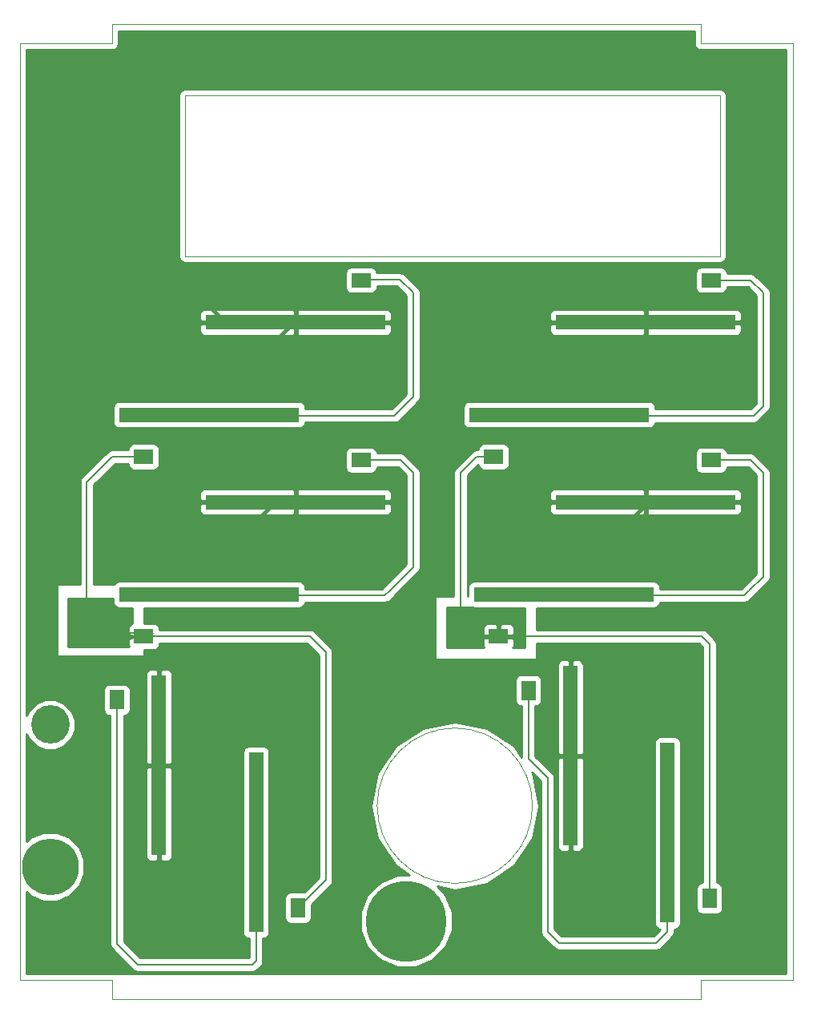
<source format=gtl>
G04 #@! TF.FileFunction,Copper,L1,Top,Signal*
%FSLAX46Y46*%
G04 Gerber Fmt 4.6, Leading zero omitted, Abs format (unit mm)*
G04 Created by KiCad (PCBNEW (after 2015-mar-04 BZR unknown)-product) date Wed 15 Apr 2015 11:51:05 AM CDT*
%MOMM*%
G01*
G04 APERTURE LIST*
%ADD10C,0.150000*%
%ADD11C,0.099060*%
%ADD12C,4.064000*%
%ADD13C,5.999480*%
%ADD14C,8.498840*%
%ADD15R,2.057400X1.524000*%
%ADD16R,19.050000X1.524000*%
%ADD17R,1.524000X2.057400*%
%ADD18R,1.524000X19.050000*%
%ADD19C,0.889000*%
%ADD20C,0.381000*%
%ADD21C,0.203200*%
%ADD22C,0.254000*%
G04 APERTURE END LIST*
D10*
D11*
X69171820Y-64648080D02*
X69171820Y-62638940D01*
X59420760Y-64648080D02*
X69171820Y-64648080D01*
X131396740Y-64648080D02*
X141150340Y-64648080D01*
X131396740Y-62638940D02*
X131396740Y-64648080D01*
X113609750Y-145200000D02*
G75*
G03X113609750Y-145200000I-8209750J0D01*
G01*
X69171820Y-62638940D02*
X131396740Y-62638940D01*
X131391660Y-163639500D02*
X131391660Y-165638480D01*
X69171820Y-163639500D02*
X69171820Y-165638480D01*
X131391660Y-165638480D02*
X69171820Y-165638480D01*
X76921360Y-70139560D02*
X76921360Y-87139780D01*
X133421120Y-70139560D02*
X133421120Y-87139780D01*
X76921360Y-70139560D02*
X133421120Y-70139560D01*
X133421120Y-87139780D02*
X76921360Y-87139780D01*
X141150340Y-163639500D02*
X131391660Y-163639500D01*
X141150340Y-64648080D02*
X141150340Y-163639500D01*
X59420760Y-163639500D02*
X59420760Y-64648080D01*
X59420760Y-163639500D02*
X69171820Y-163639500D01*
D12*
X62621160Y-136639300D03*
D13*
X62621160Y-151638000D03*
D14*
X100281740Y-157388560D03*
D15*
X95491500Y-89674320D03*
D16*
X88570000Y-94119320D03*
D15*
X72508500Y-108325680D03*
D16*
X79430000Y-103880680D03*
D15*
X132491500Y-89674320D03*
D16*
X125570000Y-94119320D03*
D15*
X109508500Y-108325680D03*
D16*
X116430000Y-103880680D03*
D15*
X72508500Y-127325680D03*
D16*
X79430000Y-122880680D03*
D15*
X95491500Y-108674320D03*
D16*
X88570000Y-113119320D03*
D15*
X110008500Y-127325680D03*
D16*
X116930000Y-122880680D03*
D15*
X132491500Y-108674320D03*
D16*
X125570000Y-113119320D03*
D17*
X88825680Y-155991500D03*
D18*
X84380680Y-149070000D03*
D17*
X69674320Y-134008500D03*
D18*
X74119320Y-140930000D03*
D17*
X132325680Y-154991500D03*
D18*
X127880680Y-148070000D03*
D17*
X113174320Y-133008500D03*
D18*
X117619320Y-139930000D03*
D19*
X136000000Y-75000000D03*
X138000000Y-75000000D03*
X138000000Y-77000000D03*
X136000000Y-77000000D03*
X136000000Y-79000000D03*
X138000000Y-79000000D03*
X138000000Y-81000000D03*
X136000000Y-81000000D03*
X70000000Y-77000000D03*
X70000000Y-75000000D03*
X68000000Y-75000000D03*
X68000000Y-77000000D03*
X66000000Y-77000000D03*
X66000000Y-75000000D03*
X64000000Y-75000000D03*
X64000000Y-77000000D03*
X123000000Y-118000000D03*
X117000000Y-118000000D03*
X119000000Y-118000000D03*
X121000000Y-118000000D03*
X76500000Y-117000000D03*
X78500000Y-117000000D03*
X80500000Y-117000000D03*
X82500000Y-117000000D03*
X122500000Y-99000000D03*
X77500000Y-99000000D03*
X79500000Y-99000000D03*
X81500000Y-99000000D03*
X83500000Y-99000000D03*
X120300000Y-139900000D03*
X120300000Y-137900000D03*
X120300000Y-136000000D03*
X120300000Y-141900000D03*
X120300000Y-143900000D03*
X76400000Y-141000000D03*
X76400000Y-139100000D03*
X76400000Y-137100000D03*
X76500000Y-142900000D03*
X76500000Y-145000000D03*
X69500000Y-125500000D03*
X68000000Y-125500000D03*
X68000000Y-127000000D03*
X66500000Y-127000000D03*
X66500000Y-125500000D03*
X69500000Y-127000000D03*
X109000000Y-125000000D03*
X112000000Y-125000000D03*
X110500000Y-125000000D03*
X107500000Y-125000000D03*
X107500000Y-126500000D03*
X107500000Y-128000000D03*
X106000000Y-128000000D03*
X106000000Y-126500000D03*
X106000000Y-125000000D03*
D20*
X136000000Y-75000000D02*
X138000000Y-75000000D01*
X138000000Y-77000000D02*
X136000000Y-77000000D01*
X136000000Y-79000000D02*
X138000000Y-79000000D01*
X136000000Y-81000000D02*
X138000000Y-81000000D01*
X88570000Y-94119320D02*
X81119320Y-94119320D01*
X68000000Y-75000000D02*
X70000000Y-75000000D01*
X66000000Y-77000000D02*
X68000000Y-77000000D01*
X64000000Y-75000000D02*
X66000000Y-75000000D01*
X81119320Y-94119320D02*
X64000000Y-77000000D01*
X125570000Y-113119320D02*
X125570000Y-113430000D01*
X119000000Y-118000000D02*
X117000000Y-118000000D01*
X125570000Y-113430000D02*
X121000000Y-118000000D01*
X88570000Y-113119320D02*
X86380680Y-113119320D01*
X80500000Y-117000000D02*
X78500000Y-117000000D01*
X86380680Y-113119320D02*
X82500000Y-117000000D01*
X125570000Y-94119320D02*
X125570000Y-95930000D01*
X125570000Y-95930000D02*
X122500000Y-99000000D01*
X88570000Y-94119320D02*
X88380680Y-94119320D01*
X81500000Y-99000000D02*
X79500000Y-99000000D01*
X88380680Y-94119320D02*
X83500000Y-99000000D01*
X120270000Y-139930000D02*
X120300000Y-139900000D01*
X120300000Y-137900000D02*
X120300000Y-136000000D01*
X120300000Y-141900000D02*
X120300000Y-143900000D01*
X117619320Y-139930000D02*
X120270000Y-139930000D01*
X76330000Y-140930000D02*
X76400000Y-141000000D01*
X76400000Y-139100000D02*
X76400000Y-137100000D01*
X76500000Y-142900000D02*
X76500000Y-145000000D01*
X74119320Y-140930000D02*
X76330000Y-140930000D01*
D21*
X72508500Y-127325680D02*
X90075680Y-127325680D01*
X91750000Y-153067180D02*
X88825680Y-155991500D01*
X91750000Y-129000000D02*
X91750000Y-153067180D01*
X90075680Y-127325680D02*
X91750000Y-129000000D01*
X132325680Y-154991500D02*
X132325680Y-128125680D01*
X72508500Y-108325680D02*
X69174320Y-108325680D01*
X69500000Y-127000000D02*
X69500000Y-125500000D01*
X68000000Y-125500000D02*
X68000000Y-127000000D01*
X66500000Y-127000000D02*
X66500000Y-125500000D01*
X69574320Y-126925680D02*
X73508500Y-126925680D01*
X69574320Y-126925680D02*
X69500000Y-127000000D01*
X66500000Y-111000000D02*
X66500000Y-125500000D01*
X69174320Y-108325680D02*
X66500000Y-111000000D01*
X107500000Y-125000000D02*
X109000000Y-125000000D01*
X110500000Y-125000000D02*
X112000000Y-125000000D01*
X109508500Y-108325680D02*
X107674320Y-108325680D01*
X107500000Y-128000000D02*
X107500000Y-126500000D01*
X106000000Y-126500000D02*
X106000000Y-128000000D01*
X106000000Y-110000000D02*
X106000000Y-125000000D01*
X107674320Y-108325680D02*
X106000000Y-110000000D01*
X131525680Y-127325680D02*
X132325680Y-128125680D01*
X110008500Y-127325680D02*
X130575680Y-127325680D01*
X130575680Y-127325680D02*
X131525680Y-127325680D01*
X95991500Y-89574320D02*
X99574320Y-89574320D01*
X99574320Y-89574320D02*
X101000000Y-91000000D01*
X101000000Y-91000000D02*
X101000000Y-102000000D01*
X101000000Y-102000000D02*
X99019320Y-103980680D01*
X99019320Y-103980680D02*
X79930000Y-103980680D01*
X113174320Y-140274320D02*
X115200000Y-142300000D01*
X115200000Y-142300000D02*
X115200000Y-158500000D01*
X115200000Y-158500000D02*
X116400000Y-159700000D01*
X116400000Y-159700000D02*
X126700000Y-159700000D01*
X126700000Y-159700000D02*
X127880680Y-158519320D01*
X127880680Y-158519320D02*
X127880680Y-148070000D01*
X113174320Y-133008500D02*
X113174320Y-140274320D01*
X136500000Y-122500000D02*
X136000000Y-123000000D01*
X117049320Y-123000000D02*
X116930000Y-122880680D01*
X136000000Y-123000000D02*
X117049320Y-123000000D01*
X132491500Y-108674320D02*
X136674320Y-108674320D01*
X138000000Y-110000000D02*
X138000000Y-121000000D01*
X136674320Y-108674320D02*
X138000000Y-110000000D01*
X138000000Y-121000000D02*
X136500000Y-122500000D01*
X136500000Y-122500000D02*
X136519320Y-122480680D01*
X69674320Y-134008500D02*
X69674320Y-159825680D01*
X84380680Y-161619320D02*
X84380680Y-149070000D01*
X84000000Y-162000000D02*
X84380680Y-161619320D01*
X71848640Y-162000000D02*
X84000000Y-162000000D01*
X69674320Y-159825680D02*
X71848640Y-162000000D01*
X98519320Y-122480680D02*
X98000000Y-123000000D01*
X99674320Y-108674320D02*
X101000000Y-110000000D01*
X101000000Y-120000000D02*
X98519320Y-122480680D01*
X101000000Y-110000000D02*
X101000000Y-120000000D01*
X95491500Y-108674320D02*
X99674320Y-108674320D01*
X79549320Y-123000000D02*
X79430000Y-122880680D01*
X98000000Y-123000000D02*
X79549320Y-123000000D01*
X132491500Y-89674320D02*
X136674320Y-89674320D01*
X117449320Y-104000000D02*
X117430000Y-103980680D01*
X138000000Y-103000000D02*
X137000000Y-104000000D01*
X138000000Y-91000000D02*
X138000000Y-103000000D01*
X137000000Y-104000000D02*
X117449320Y-104000000D01*
X136674320Y-89674320D02*
X138000000Y-91000000D01*
D22*
G36*
X140393420Y-162913060D02*
X138736601Y-162913060D01*
X138736601Y-103000000D01*
X138736600Y-102999994D01*
X138736600Y-91000000D01*
X138680530Y-90718116D01*
X138680530Y-90718115D01*
X138520855Y-90479145D01*
X137195175Y-89153465D01*
X136956205Y-88993790D01*
X136674320Y-88937720D01*
X134167640Y-88937720D01*
X134167640Y-88912320D01*
X134120663Y-88670197D01*
X134105650Y-88647342D01*
X134105650Y-87139780D01*
X134105650Y-70139560D01*
X134053543Y-69877602D01*
X133905156Y-69655524D01*
X133683078Y-69507137D01*
X133421120Y-69455030D01*
X76921360Y-69455030D01*
X76659402Y-69507137D01*
X76437324Y-69655524D01*
X76288937Y-69877602D01*
X76236830Y-70139560D01*
X76236830Y-87139780D01*
X76288937Y-87401738D01*
X76437324Y-87623816D01*
X76659402Y-87772203D01*
X76921360Y-87824310D01*
X133421120Y-87824310D01*
X133683078Y-87772203D01*
X133905156Y-87623816D01*
X134053543Y-87401738D01*
X134105650Y-87139780D01*
X134105650Y-88647342D01*
X133980873Y-88457393D01*
X133769840Y-88314943D01*
X133520200Y-88264880D01*
X131462800Y-88264880D01*
X131220677Y-88311857D01*
X131007873Y-88451647D01*
X130865423Y-88662680D01*
X130815360Y-88912320D01*
X130815360Y-90436320D01*
X130862337Y-90678443D01*
X131002127Y-90891247D01*
X131213160Y-91033697D01*
X131462800Y-91083760D01*
X133520200Y-91083760D01*
X133762323Y-91036783D01*
X133975127Y-90896993D01*
X134117577Y-90685960D01*
X134167640Y-90436320D01*
X134167640Y-90410920D01*
X136369210Y-90410920D01*
X137263400Y-91305110D01*
X137263400Y-102694890D01*
X136694890Y-103263400D01*
X135730000Y-103263400D01*
X135730000Y-95007629D01*
X135730000Y-94405070D01*
X135730000Y-93833570D01*
X135730000Y-93231011D01*
X135633327Y-92997622D01*
X135454699Y-92818993D01*
X135221310Y-92722320D01*
X134968691Y-92722320D01*
X125855750Y-92722320D01*
X125697000Y-92881070D01*
X125697000Y-93992320D01*
X135571250Y-93992320D01*
X135730000Y-93833570D01*
X135730000Y-94405070D01*
X135571250Y-94246320D01*
X125697000Y-94246320D01*
X125697000Y-95357570D01*
X125855750Y-95516320D01*
X134968691Y-95516320D01*
X135221310Y-95516320D01*
X135454699Y-95419647D01*
X135633327Y-95241018D01*
X135730000Y-95007629D01*
X135730000Y-103263400D01*
X126602440Y-103263400D01*
X126602440Y-103118680D01*
X126555463Y-102876557D01*
X126415673Y-102663753D01*
X126204640Y-102521303D01*
X125955000Y-102471240D01*
X125443000Y-102471240D01*
X125443000Y-95357570D01*
X125443000Y-94246320D01*
X125443000Y-93992320D01*
X125443000Y-92881070D01*
X125284250Y-92722320D01*
X116171309Y-92722320D01*
X115918690Y-92722320D01*
X115685301Y-92818993D01*
X115506673Y-92997622D01*
X115410000Y-93231011D01*
X115410000Y-93833570D01*
X115568750Y-93992320D01*
X125443000Y-93992320D01*
X125443000Y-94246320D01*
X115568750Y-94246320D01*
X115410000Y-94405070D01*
X115410000Y-95007629D01*
X115506673Y-95241018D01*
X115685301Y-95419647D01*
X115918690Y-95516320D01*
X116171309Y-95516320D01*
X125284250Y-95516320D01*
X125443000Y-95357570D01*
X125443000Y-102471240D01*
X106905000Y-102471240D01*
X106662877Y-102518217D01*
X106450073Y-102658007D01*
X106307623Y-102869040D01*
X106257560Y-103118680D01*
X106257560Y-104642680D01*
X106304537Y-104884803D01*
X106444327Y-105097607D01*
X106655360Y-105240057D01*
X106905000Y-105290120D01*
X125955000Y-105290120D01*
X126197123Y-105243143D01*
X126409927Y-105103353D01*
X126552377Y-104892320D01*
X126583605Y-104736600D01*
X137000000Y-104736600D01*
X137281885Y-104680530D01*
X137520855Y-104520855D01*
X138520855Y-103520855D01*
X138680530Y-103281885D01*
X138680530Y-103281884D01*
X138689832Y-103235116D01*
X138736600Y-103000000D01*
X138736601Y-103000000D01*
X138736601Y-162913060D01*
X138736600Y-162913060D01*
X138736600Y-121000000D01*
X138736600Y-110000000D01*
X138680530Y-109718116D01*
X138680530Y-109718115D01*
X138520855Y-109479145D01*
X137195175Y-108153465D01*
X136956205Y-107993790D01*
X136674320Y-107937720D01*
X134167640Y-107937720D01*
X134167640Y-107912320D01*
X134120663Y-107670197D01*
X133980873Y-107457393D01*
X133769840Y-107314943D01*
X133520200Y-107264880D01*
X131462800Y-107264880D01*
X131220677Y-107311857D01*
X131007873Y-107451647D01*
X130865423Y-107662680D01*
X130815360Y-107912320D01*
X130815360Y-109436320D01*
X130862337Y-109678443D01*
X131002127Y-109891247D01*
X131213160Y-110033697D01*
X131462800Y-110083760D01*
X133520200Y-110083760D01*
X133762323Y-110036783D01*
X133975127Y-109896993D01*
X134117577Y-109685960D01*
X134167640Y-109436320D01*
X134167640Y-109410920D01*
X136369210Y-109410920D01*
X137263400Y-110305110D01*
X137263400Y-120694890D01*
X135998465Y-121959825D01*
X135979145Y-121979145D01*
X135730000Y-122228290D01*
X135730000Y-114007629D01*
X135730000Y-113405070D01*
X135730000Y-112833570D01*
X135730000Y-112231011D01*
X135633327Y-111997622D01*
X135454699Y-111818993D01*
X135221310Y-111722320D01*
X134968691Y-111722320D01*
X125855750Y-111722320D01*
X125697000Y-111881070D01*
X125697000Y-112992320D01*
X135571250Y-112992320D01*
X135730000Y-112833570D01*
X135730000Y-113405070D01*
X135571250Y-113246320D01*
X125697000Y-113246320D01*
X125697000Y-114357570D01*
X125855750Y-114516320D01*
X134968691Y-114516320D01*
X135221310Y-114516320D01*
X135454699Y-114419647D01*
X135633327Y-114241018D01*
X135730000Y-114007629D01*
X135730000Y-122228290D01*
X135694890Y-122263400D01*
X127102440Y-122263400D01*
X127102440Y-122118680D01*
X127055463Y-121876557D01*
X126915673Y-121663753D01*
X126704640Y-121521303D01*
X126455000Y-121471240D01*
X125443000Y-121471240D01*
X125443000Y-114357570D01*
X125443000Y-113246320D01*
X125443000Y-112992320D01*
X125443000Y-111881070D01*
X125284250Y-111722320D01*
X116171309Y-111722320D01*
X115918690Y-111722320D01*
X115685301Y-111818993D01*
X115506673Y-111997622D01*
X115410000Y-112231011D01*
X115410000Y-112833570D01*
X115568750Y-112992320D01*
X125443000Y-112992320D01*
X125443000Y-113246320D01*
X115568750Y-113246320D01*
X115410000Y-113405070D01*
X115410000Y-114007629D01*
X115506673Y-114241018D01*
X115685301Y-114419647D01*
X115918690Y-114516320D01*
X116171309Y-114516320D01*
X125284250Y-114516320D01*
X125443000Y-114357570D01*
X125443000Y-121471240D01*
X107405000Y-121471240D01*
X107162877Y-121518217D01*
X106950073Y-121658007D01*
X106807623Y-121869040D01*
X106757560Y-122118680D01*
X106757560Y-123012200D01*
X106736600Y-123012200D01*
X106736600Y-110305110D01*
X107852130Y-109189579D01*
X107879337Y-109329803D01*
X108019127Y-109542607D01*
X108230160Y-109685057D01*
X108479800Y-109735120D01*
X110537200Y-109735120D01*
X110779323Y-109688143D01*
X110992127Y-109548353D01*
X111134577Y-109337320D01*
X111184640Y-109087680D01*
X111184640Y-107563680D01*
X111137663Y-107321557D01*
X110997873Y-107108753D01*
X110786840Y-106966303D01*
X110537200Y-106916240D01*
X108479800Y-106916240D01*
X108237677Y-106963217D01*
X108024873Y-107103007D01*
X107882423Y-107314040D01*
X107832360Y-107563680D01*
X107832360Y-107589080D01*
X107674320Y-107589080D01*
X107392435Y-107645150D01*
X107153465Y-107804825D01*
X105479145Y-109479145D01*
X105319470Y-109718115D01*
X105263400Y-110000000D01*
X105263400Y-123012200D01*
X103294180Y-123012200D01*
X103294180Y-129766060D01*
X114048540Y-129766060D01*
X114048540Y-128062280D01*
X130575680Y-128062280D01*
X131220570Y-128062280D01*
X131589080Y-128430790D01*
X131589080Y-153315360D01*
X131563680Y-153315360D01*
X131321557Y-153362337D01*
X131108753Y-153502127D01*
X130966303Y-153713160D01*
X130916240Y-153962800D01*
X130916240Y-156020200D01*
X130963217Y-156262323D01*
X131103007Y-156475127D01*
X131314040Y-156617577D01*
X131563680Y-156667640D01*
X133087680Y-156667640D01*
X133329803Y-156620663D01*
X133542607Y-156480873D01*
X133685057Y-156269840D01*
X133735120Y-156020200D01*
X133735120Y-153962800D01*
X133688143Y-153720677D01*
X133548353Y-153507873D01*
X133337320Y-153365423D01*
X133087680Y-153315360D01*
X133062280Y-153315360D01*
X133062280Y-128125680D01*
X133006210Y-127843796D01*
X133006210Y-127843795D01*
X132846535Y-127604825D01*
X132046535Y-126804825D01*
X131807565Y-126645150D01*
X131525680Y-126589080D01*
X130575680Y-126589080D01*
X114048540Y-126589080D01*
X114048540Y-124290120D01*
X126455000Y-124290120D01*
X126697123Y-124243143D01*
X126909927Y-124103353D01*
X127052377Y-123892320D01*
X127083605Y-123736600D01*
X136000000Y-123736600D01*
X136281885Y-123680530D01*
X136520855Y-123520855D01*
X137020855Y-123020855D01*
X137040175Y-123001535D01*
X138520855Y-121520855D01*
X138680530Y-121281885D01*
X138736600Y-121000000D01*
X138736600Y-162913060D01*
X129290120Y-162913060D01*
X129290120Y-157595000D01*
X129290120Y-138545000D01*
X129243143Y-138302877D01*
X129103353Y-138090073D01*
X128892320Y-137947623D01*
X128642680Y-137897560D01*
X127118680Y-137897560D01*
X126876557Y-137944537D01*
X126663753Y-138084327D01*
X126521303Y-138295360D01*
X126471240Y-138545000D01*
X126471240Y-157595000D01*
X126518217Y-157837123D01*
X126658007Y-158049927D01*
X126869040Y-158192377D01*
X127116322Y-158241967D01*
X126394890Y-158963400D01*
X119016320Y-158963400D01*
X119016320Y-149581310D01*
X119016320Y-149328691D01*
X119016320Y-140215750D01*
X119016320Y-139644250D01*
X119016320Y-130531309D01*
X119016320Y-130278690D01*
X118919647Y-130045301D01*
X118741018Y-129866673D01*
X118507629Y-129770000D01*
X117905070Y-129770000D01*
X117746320Y-129928750D01*
X117746320Y-139803000D01*
X118857570Y-139803000D01*
X119016320Y-139644250D01*
X119016320Y-140215750D01*
X118857570Y-140057000D01*
X117746320Y-140057000D01*
X117746320Y-149931250D01*
X117905070Y-150090000D01*
X118507629Y-150090000D01*
X118741018Y-149993327D01*
X118919647Y-149814699D01*
X119016320Y-149581310D01*
X119016320Y-158963400D01*
X117492320Y-158963400D01*
X117492320Y-149931250D01*
X117492320Y-140057000D01*
X117492320Y-139803000D01*
X117492320Y-129928750D01*
X117333570Y-129770000D01*
X116731011Y-129770000D01*
X116497622Y-129866673D01*
X116318993Y-130045301D01*
X116222320Y-130278690D01*
X116222320Y-130531309D01*
X116222320Y-139644250D01*
X116381070Y-139803000D01*
X117492320Y-139803000D01*
X117492320Y-140057000D01*
X116381070Y-140057000D01*
X116222320Y-140215750D01*
X116222320Y-149328691D01*
X116222320Y-149581310D01*
X116318993Y-149814699D01*
X116497622Y-149993327D01*
X116731011Y-150090000D01*
X117333570Y-150090000D01*
X117492320Y-149931250D01*
X117492320Y-158963400D01*
X116705110Y-158963400D01*
X115936600Y-158194890D01*
X115936600Y-142300000D01*
X115880530Y-142018115D01*
X115720855Y-141779145D01*
X113910920Y-139969210D01*
X113910920Y-134684640D01*
X113936320Y-134684640D01*
X114178443Y-134637663D01*
X114391247Y-134497873D01*
X114533697Y-134286840D01*
X114583760Y-134037200D01*
X114583760Y-131979800D01*
X114536783Y-131737677D01*
X114396993Y-131524873D01*
X114185960Y-131382423D01*
X113936320Y-131332360D01*
X112412320Y-131332360D01*
X112170197Y-131379337D01*
X111957393Y-131519127D01*
X111814943Y-131730160D01*
X111764880Y-131979800D01*
X111764880Y-134037200D01*
X111811857Y-134279323D01*
X111951647Y-134492127D01*
X112162680Y-134634577D01*
X112412320Y-134684640D01*
X112437720Y-134684640D01*
X112437720Y-140031024D01*
X111689206Y-138910794D01*
X108803694Y-136982757D01*
X105400000Y-136305720D01*
X101996306Y-136982757D01*
X101736601Y-137156286D01*
X101736601Y-102000000D01*
X101736600Y-101999994D01*
X101736600Y-91000000D01*
X101680530Y-90718115D01*
X101520855Y-90479145D01*
X100095175Y-89053465D01*
X99856205Y-88893790D01*
X99574320Y-88837720D01*
X97153166Y-88837720D01*
X97120663Y-88670197D01*
X96980873Y-88457393D01*
X96769840Y-88314943D01*
X96520200Y-88264880D01*
X94462800Y-88264880D01*
X94220677Y-88311857D01*
X94007873Y-88451647D01*
X93865423Y-88662680D01*
X93815360Y-88912320D01*
X93815360Y-90436320D01*
X93862337Y-90678443D01*
X94002127Y-90891247D01*
X94213160Y-91033697D01*
X94462800Y-91083760D01*
X96520200Y-91083760D01*
X96762323Y-91036783D01*
X96975127Y-90896993D01*
X97117577Y-90685960D01*
X97167640Y-90436320D01*
X97167640Y-90310920D01*
X99269210Y-90310920D01*
X100263400Y-91305110D01*
X100263400Y-101694890D01*
X98730000Y-103228290D01*
X98730000Y-95007629D01*
X98730000Y-94405070D01*
X98730000Y-93833570D01*
X98730000Y-93231011D01*
X98633327Y-92997622D01*
X98454699Y-92818993D01*
X98221310Y-92722320D01*
X97968691Y-92722320D01*
X88855750Y-92722320D01*
X88697000Y-92881070D01*
X88697000Y-93992320D01*
X98571250Y-93992320D01*
X98730000Y-93833570D01*
X98730000Y-94405070D01*
X98571250Y-94246320D01*
X88697000Y-94246320D01*
X88697000Y-95357570D01*
X88855750Y-95516320D01*
X97968691Y-95516320D01*
X98221310Y-95516320D01*
X98454699Y-95419647D01*
X98633327Y-95241018D01*
X98730000Y-95007629D01*
X98730000Y-103228290D01*
X98714210Y-103244080D01*
X89602440Y-103244080D01*
X89602440Y-103118680D01*
X89555463Y-102876557D01*
X89415673Y-102663753D01*
X89204640Y-102521303D01*
X88955000Y-102471240D01*
X88443000Y-102471240D01*
X88443000Y-95357570D01*
X88443000Y-94246320D01*
X88443000Y-93992320D01*
X88443000Y-92881070D01*
X88284250Y-92722320D01*
X79171309Y-92722320D01*
X78918690Y-92722320D01*
X78685301Y-92818993D01*
X78506673Y-92997622D01*
X78410000Y-93231011D01*
X78410000Y-93833570D01*
X78568750Y-93992320D01*
X88443000Y-93992320D01*
X88443000Y-94246320D01*
X78568750Y-94246320D01*
X78410000Y-94405070D01*
X78410000Y-95007629D01*
X78506673Y-95241018D01*
X78685301Y-95419647D01*
X78918690Y-95516320D01*
X79171309Y-95516320D01*
X88284250Y-95516320D01*
X88443000Y-95357570D01*
X88443000Y-102471240D01*
X69905000Y-102471240D01*
X69662877Y-102518217D01*
X69450073Y-102658007D01*
X69307623Y-102869040D01*
X69257560Y-103118680D01*
X69257560Y-104642680D01*
X69304537Y-104884803D01*
X69444327Y-105097607D01*
X69655360Y-105240057D01*
X69905000Y-105290120D01*
X88955000Y-105290120D01*
X89197123Y-105243143D01*
X89409927Y-105103353D01*
X89552377Y-104892320D01*
X89587479Y-104717280D01*
X99019320Y-104717280D01*
X99301205Y-104661210D01*
X99540175Y-104501535D01*
X101520855Y-102520855D01*
X101680530Y-102281885D01*
X101680531Y-102281884D01*
X101736600Y-102000000D01*
X101736601Y-102000000D01*
X101736601Y-137156286D01*
X101736600Y-137156286D01*
X101736600Y-120000000D01*
X101736600Y-110000000D01*
X101680530Y-109718116D01*
X101680530Y-109718115D01*
X101520855Y-109479145D01*
X100195175Y-108153465D01*
X99956205Y-107993790D01*
X99674320Y-107937720D01*
X97167640Y-107937720D01*
X97167640Y-107912320D01*
X97120663Y-107670197D01*
X96980873Y-107457393D01*
X96769840Y-107314943D01*
X96520200Y-107264880D01*
X94462800Y-107264880D01*
X94220677Y-107311857D01*
X94007873Y-107451647D01*
X93865423Y-107662680D01*
X93815360Y-107912320D01*
X93815360Y-109436320D01*
X93862337Y-109678443D01*
X94002127Y-109891247D01*
X94213160Y-110033697D01*
X94462800Y-110083760D01*
X96520200Y-110083760D01*
X96762323Y-110036783D01*
X96975127Y-109896993D01*
X97117577Y-109685960D01*
X97167640Y-109436320D01*
X97167640Y-109410920D01*
X99369210Y-109410920D01*
X100263400Y-110305110D01*
X100263400Y-119694890D01*
X98730000Y-121228290D01*
X98730000Y-114007629D01*
X98730000Y-113405070D01*
X98730000Y-112833570D01*
X98730000Y-112231011D01*
X98633327Y-111997622D01*
X98454699Y-111818993D01*
X98221310Y-111722320D01*
X97968691Y-111722320D01*
X88855750Y-111722320D01*
X88697000Y-111881070D01*
X88697000Y-112992320D01*
X98571250Y-112992320D01*
X98730000Y-112833570D01*
X98730000Y-113405070D01*
X98571250Y-113246320D01*
X88697000Y-113246320D01*
X88697000Y-114357570D01*
X88855750Y-114516320D01*
X97968691Y-114516320D01*
X98221310Y-114516320D01*
X98454699Y-114419647D01*
X98633327Y-114241018D01*
X98730000Y-114007629D01*
X98730000Y-121228290D01*
X97998465Y-121959825D01*
X97694890Y-122263400D01*
X89602440Y-122263400D01*
X89602440Y-122118680D01*
X89555463Y-121876557D01*
X89415673Y-121663753D01*
X89204640Y-121521303D01*
X88955000Y-121471240D01*
X88443000Y-121471240D01*
X88443000Y-114357570D01*
X88443000Y-113246320D01*
X88443000Y-112992320D01*
X88443000Y-111881070D01*
X88284250Y-111722320D01*
X79171309Y-111722320D01*
X78918690Y-111722320D01*
X78685301Y-111818993D01*
X78506673Y-111997622D01*
X78410000Y-112231011D01*
X78410000Y-112833570D01*
X78568750Y-112992320D01*
X88443000Y-112992320D01*
X88443000Y-113246320D01*
X78568750Y-113246320D01*
X78410000Y-113405070D01*
X78410000Y-114007629D01*
X78506673Y-114241018D01*
X78685301Y-114419647D01*
X78918690Y-114516320D01*
X79171309Y-114516320D01*
X88284250Y-114516320D01*
X88443000Y-114357570D01*
X88443000Y-121471240D01*
X69905000Y-121471240D01*
X69662877Y-121518217D01*
X69450073Y-121658007D01*
X69346949Y-121810780D01*
X67236600Y-121810780D01*
X67236600Y-111305110D01*
X69479430Y-109062280D01*
X70832360Y-109062280D01*
X70832360Y-109087680D01*
X70879337Y-109329803D01*
X71019127Y-109542607D01*
X71230160Y-109685057D01*
X71479800Y-109735120D01*
X73537200Y-109735120D01*
X73779323Y-109688143D01*
X73992127Y-109548353D01*
X74134577Y-109337320D01*
X74184640Y-109087680D01*
X74184640Y-107563680D01*
X74137663Y-107321557D01*
X73997873Y-107108753D01*
X73786840Y-106966303D01*
X73537200Y-106916240D01*
X71479800Y-106916240D01*
X71237677Y-106963217D01*
X71024873Y-107103007D01*
X70882423Y-107314040D01*
X70832360Y-107563680D01*
X70832360Y-107589080D01*
X69174320Y-107589080D01*
X68892435Y-107645150D01*
X68653465Y-107804825D01*
X65979145Y-110479145D01*
X65819470Y-110718115D01*
X65763400Y-111000000D01*
X65763400Y-121810780D01*
X63294260Y-121810780D01*
X63294260Y-129364740D01*
X72547480Y-129364740D01*
X72547480Y-128735120D01*
X73537200Y-128735120D01*
X73779323Y-128688143D01*
X73992127Y-128548353D01*
X74134577Y-128337320D01*
X74184640Y-128087680D01*
X74184640Y-128062280D01*
X89770570Y-128062280D01*
X91013400Y-129305110D01*
X91013400Y-152762070D01*
X89460110Y-154315360D01*
X88063680Y-154315360D01*
X87821557Y-154362337D01*
X87608753Y-154502127D01*
X87466303Y-154713160D01*
X87416240Y-154962800D01*
X87416240Y-157020200D01*
X87463217Y-157262323D01*
X87603007Y-157475127D01*
X87814040Y-157617577D01*
X88063680Y-157667640D01*
X89587680Y-157667640D01*
X89829803Y-157620663D01*
X90042607Y-157480873D01*
X90185057Y-157269840D01*
X90235120Y-157020200D01*
X90235120Y-155623770D01*
X92270855Y-153588035D01*
X92430530Y-153349065D01*
X92486600Y-153067180D01*
X92486600Y-129000000D01*
X92430530Y-128718115D01*
X92270855Y-128479145D01*
X90596535Y-126804825D01*
X90357565Y-126645150D01*
X90075680Y-126589080D01*
X74184640Y-126589080D01*
X74184640Y-126563680D01*
X74137663Y-126321557D01*
X73997873Y-126108753D01*
X73786840Y-125966303D01*
X73537200Y-125916240D01*
X72547480Y-125916240D01*
X72547480Y-124290120D01*
X88955000Y-124290120D01*
X89197123Y-124243143D01*
X89409927Y-124103353D01*
X89552377Y-123892320D01*
X89583605Y-123736600D01*
X98000000Y-123736600D01*
X98281885Y-123680530D01*
X98520855Y-123520855D01*
X99040175Y-123001535D01*
X101520855Y-120520855D01*
X101680530Y-120281885D01*
X101736600Y-120000000D01*
X101736600Y-137156286D01*
X99110794Y-138910794D01*
X97182757Y-141796306D01*
X96505720Y-145200000D01*
X97182757Y-148603694D01*
X99110794Y-151489206D01*
X100630203Y-152504442D01*
X99314431Y-152503294D01*
X97518553Y-153245336D01*
X96143345Y-154618146D01*
X95398170Y-156412726D01*
X95396474Y-158355869D01*
X96138516Y-160151747D01*
X97511326Y-161526955D01*
X99305906Y-162272130D01*
X101249049Y-162273826D01*
X103044927Y-161531784D01*
X104420135Y-160158974D01*
X105165310Y-158364394D01*
X105167006Y-156421251D01*
X104424964Y-154625373D01*
X103521863Y-153720695D01*
X105400000Y-154094280D01*
X108803694Y-153417243D01*
X111689206Y-151489206D01*
X113617243Y-148603694D01*
X114294280Y-145200000D01*
X113617243Y-141796306D01*
X113542026Y-141683736D01*
X114463400Y-142605110D01*
X114463400Y-158500000D01*
X114519470Y-158781885D01*
X114679145Y-159020855D01*
X115879145Y-160220855D01*
X116118115Y-160380530D01*
X116400000Y-160436600D01*
X126700000Y-160436600D01*
X126981885Y-160380530D01*
X127220855Y-160220855D01*
X128401535Y-159040175D01*
X128561210Y-158801205D01*
X128561210Y-158801204D01*
X128617280Y-158519320D01*
X128617280Y-158242440D01*
X128642680Y-158242440D01*
X128884803Y-158195463D01*
X129097607Y-158055673D01*
X129240057Y-157844640D01*
X129290120Y-157595000D01*
X129290120Y-162913060D01*
X85790120Y-162913060D01*
X85790120Y-158595000D01*
X85790120Y-139545000D01*
X85743143Y-139302877D01*
X85603353Y-139090073D01*
X85392320Y-138947623D01*
X85142680Y-138897560D01*
X83618680Y-138897560D01*
X83376557Y-138944537D01*
X83163753Y-139084327D01*
X83021303Y-139295360D01*
X82971240Y-139545000D01*
X82971240Y-158595000D01*
X83018217Y-158837123D01*
X83158007Y-159049927D01*
X83369040Y-159192377D01*
X83618680Y-159242440D01*
X83644080Y-159242440D01*
X83644080Y-161263400D01*
X75516320Y-161263400D01*
X75516320Y-150581310D01*
X75516320Y-150328691D01*
X75516320Y-141215750D01*
X75516320Y-140644250D01*
X75516320Y-131531309D01*
X75516320Y-131278690D01*
X75419647Y-131045301D01*
X75241018Y-130866673D01*
X75007629Y-130770000D01*
X74405070Y-130770000D01*
X74246320Y-130928750D01*
X74246320Y-140803000D01*
X75357570Y-140803000D01*
X75516320Y-140644250D01*
X75516320Y-141215750D01*
X75357570Y-141057000D01*
X74246320Y-141057000D01*
X74246320Y-150931250D01*
X74405070Y-151090000D01*
X75007629Y-151090000D01*
X75241018Y-150993327D01*
X75419647Y-150814699D01*
X75516320Y-150581310D01*
X75516320Y-161263400D01*
X73992320Y-161263400D01*
X73992320Y-150931250D01*
X73992320Y-141057000D01*
X73992320Y-140803000D01*
X73992320Y-130928750D01*
X73833570Y-130770000D01*
X73231011Y-130770000D01*
X72997622Y-130866673D01*
X72818993Y-131045301D01*
X72722320Y-131278690D01*
X72722320Y-131531309D01*
X72722320Y-140644250D01*
X72881070Y-140803000D01*
X73992320Y-140803000D01*
X73992320Y-141057000D01*
X72881070Y-141057000D01*
X72722320Y-141215750D01*
X72722320Y-150328691D01*
X72722320Y-150581310D01*
X72818993Y-150814699D01*
X72997622Y-150993327D01*
X73231011Y-151090000D01*
X73833570Y-151090000D01*
X73992320Y-150931250D01*
X73992320Y-161263400D01*
X72153750Y-161263400D01*
X70410920Y-159520570D01*
X70410920Y-135684640D01*
X70436320Y-135684640D01*
X70678443Y-135637663D01*
X70891247Y-135497873D01*
X71033697Y-135286840D01*
X71083760Y-135037200D01*
X71083760Y-132979800D01*
X71036783Y-132737677D01*
X70896993Y-132524873D01*
X70685960Y-132382423D01*
X70436320Y-132332360D01*
X68912320Y-132332360D01*
X68670197Y-132379337D01*
X68457393Y-132519127D01*
X68314943Y-132730160D01*
X68264880Y-132979800D01*
X68264880Y-135037200D01*
X68311857Y-135279323D01*
X68451647Y-135492127D01*
X68662680Y-135634577D01*
X68912320Y-135684640D01*
X68937720Y-135684640D01*
X68937720Y-159825680D01*
X68993790Y-160107565D01*
X69153465Y-160346535D01*
X71327785Y-162520855D01*
X71566755Y-162680530D01*
X71566756Y-162680530D01*
X71848640Y-162736600D01*
X84000000Y-162736600D01*
X84281885Y-162680530D01*
X84520855Y-162520855D01*
X84901535Y-162140175D01*
X85061210Y-161901205D01*
X85061210Y-161901204D01*
X85117280Y-161619320D01*
X85117280Y-159242440D01*
X85142680Y-159242440D01*
X85384803Y-159195463D01*
X85597607Y-159055673D01*
X85740057Y-158844640D01*
X85790120Y-158595000D01*
X85790120Y-162913060D01*
X60147200Y-162913060D01*
X60147200Y-154304508D01*
X60559557Y-154717586D01*
X61894994Y-155272108D01*
X63340983Y-155273370D01*
X64677385Y-154721180D01*
X65700746Y-153699603D01*
X66255268Y-152364166D01*
X66256530Y-150918177D01*
X65704340Y-149581775D01*
X64682763Y-148558414D01*
X63347326Y-148003892D01*
X61901337Y-148002630D01*
X60564935Y-148554820D01*
X60147200Y-148971826D01*
X60147200Y-137635782D01*
X60358869Y-138148061D01*
X61108453Y-138898955D01*
X62088333Y-139305836D01*
X63149332Y-139306762D01*
X64129921Y-138901591D01*
X64880815Y-138152007D01*
X65287696Y-137172127D01*
X65288622Y-136111128D01*
X64883451Y-135130539D01*
X64133867Y-134379645D01*
X63153987Y-133972764D01*
X62092988Y-133971838D01*
X61112399Y-134377009D01*
X60361505Y-135126593D01*
X60147200Y-135642697D01*
X60147200Y-65332610D01*
X69171820Y-65332610D01*
X69433778Y-65280503D01*
X69655856Y-65132116D01*
X69804243Y-64910038D01*
X69856350Y-64648080D01*
X69856350Y-63323470D01*
X130712210Y-63323470D01*
X130712210Y-64648080D01*
X130764317Y-64910038D01*
X130912704Y-65132116D01*
X131134782Y-65280503D01*
X131396740Y-65332610D01*
X140393420Y-65332610D01*
X140393420Y-162913060D01*
X140393420Y-162913060D01*
G37*
X140393420Y-162913060D02*
X138736601Y-162913060D01*
X138736601Y-103000000D01*
X138736600Y-102999994D01*
X138736600Y-91000000D01*
X138680530Y-90718116D01*
X138680530Y-90718115D01*
X138520855Y-90479145D01*
X137195175Y-89153465D01*
X136956205Y-88993790D01*
X136674320Y-88937720D01*
X134167640Y-88937720D01*
X134167640Y-88912320D01*
X134120663Y-88670197D01*
X134105650Y-88647342D01*
X134105650Y-87139780D01*
X134105650Y-70139560D01*
X134053543Y-69877602D01*
X133905156Y-69655524D01*
X133683078Y-69507137D01*
X133421120Y-69455030D01*
X76921360Y-69455030D01*
X76659402Y-69507137D01*
X76437324Y-69655524D01*
X76288937Y-69877602D01*
X76236830Y-70139560D01*
X76236830Y-87139780D01*
X76288937Y-87401738D01*
X76437324Y-87623816D01*
X76659402Y-87772203D01*
X76921360Y-87824310D01*
X133421120Y-87824310D01*
X133683078Y-87772203D01*
X133905156Y-87623816D01*
X134053543Y-87401738D01*
X134105650Y-87139780D01*
X134105650Y-88647342D01*
X133980873Y-88457393D01*
X133769840Y-88314943D01*
X133520200Y-88264880D01*
X131462800Y-88264880D01*
X131220677Y-88311857D01*
X131007873Y-88451647D01*
X130865423Y-88662680D01*
X130815360Y-88912320D01*
X130815360Y-90436320D01*
X130862337Y-90678443D01*
X131002127Y-90891247D01*
X131213160Y-91033697D01*
X131462800Y-91083760D01*
X133520200Y-91083760D01*
X133762323Y-91036783D01*
X133975127Y-90896993D01*
X134117577Y-90685960D01*
X134167640Y-90436320D01*
X134167640Y-90410920D01*
X136369210Y-90410920D01*
X137263400Y-91305110D01*
X137263400Y-102694890D01*
X136694890Y-103263400D01*
X135730000Y-103263400D01*
X135730000Y-95007629D01*
X135730000Y-94405070D01*
X135730000Y-93833570D01*
X135730000Y-93231011D01*
X135633327Y-92997622D01*
X135454699Y-92818993D01*
X135221310Y-92722320D01*
X134968691Y-92722320D01*
X125855750Y-92722320D01*
X125697000Y-92881070D01*
X125697000Y-93992320D01*
X135571250Y-93992320D01*
X135730000Y-93833570D01*
X135730000Y-94405070D01*
X135571250Y-94246320D01*
X125697000Y-94246320D01*
X125697000Y-95357570D01*
X125855750Y-95516320D01*
X134968691Y-95516320D01*
X135221310Y-95516320D01*
X135454699Y-95419647D01*
X135633327Y-95241018D01*
X135730000Y-95007629D01*
X135730000Y-103263400D01*
X126602440Y-103263400D01*
X126602440Y-103118680D01*
X126555463Y-102876557D01*
X126415673Y-102663753D01*
X126204640Y-102521303D01*
X125955000Y-102471240D01*
X125443000Y-102471240D01*
X125443000Y-95357570D01*
X125443000Y-94246320D01*
X125443000Y-93992320D01*
X125443000Y-92881070D01*
X125284250Y-92722320D01*
X116171309Y-92722320D01*
X115918690Y-92722320D01*
X115685301Y-92818993D01*
X115506673Y-92997622D01*
X115410000Y-93231011D01*
X115410000Y-93833570D01*
X115568750Y-93992320D01*
X125443000Y-93992320D01*
X125443000Y-94246320D01*
X115568750Y-94246320D01*
X115410000Y-94405070D01*
X115410000Y-95007629D01*
X115506673Y-95241018D01*
X115685301Y-95419647D01*
X115918690Y-95516320D01*
X116171309Y-95516320D01*
X125284250Y-95516320D01*
X125443000Y-95357570D01*
X125443000Y-102471240D01*
X106905000Y-102471240D01*
X106662877Y-102518217D01*
X106450073Y-102658007D01*
X106307623Y-102869040D01*
X106257560Y-103118680D01*
X106257560Y-104642680D01*
X106304537Y-104884803D01*
X106444327Y-105097607D01*
X106655360Y-105240057D01*
X106905000Y-105290120D01*
X125955000Y-105290120D01*
X126197123Y-105243143D01*
X126409927Y-105103353D01*
X126552377Y-104892320D01*
X126583605Y-104736600D01*
X137000000Y-104736600D01*
X137281885Y-104680530D01*
X137520855Y-104520855D01*
X138520855Y-103520855D01*
X138680530Y-103281885D01*
X138680530Y-103281884D01*
X138689832Y-103235116D01*
X138736600Y-103000000D01*
X138736601Y-103000000D01*
X138736601Y-162913060D01*
X138736600Y-162913060D01*
X138736600Y-121000000D01*
X138736600Y-110000000D01*
X138680530Y-109718116D01*
X138680530Y-109718115D01*
X138520855Y-109479145D01*
X137195175Y-108153465D01*
X136956205Y-107993790D01*
X136674320Y-107937720D01*
X134167640Y-107937720D01*
X134167640Y-107912320D01*
X134120663Y-107670197D01*
X133980873Y-107457393D01*
X133769840Y-107314943D01*
X133520200Y-107264880D01*
X131462800Y-107264880D01*
X131220677Y-107311857D01*
X131007873Y-107451647D01*
X130865423Y-107662680D01*
X130815360Y-107912320D01*
X130815360Y-109436320D01*
X130862337Y-109678443D01*
X131002127Y-109891247D01*
X131213160Y-110033697D01*
X131462800Y-110083760D01*
X133520200Y-110083760D01*
X133762323Y-110036783D01*
X133975127Y-109896993D01*
X134117577Y-109685960D01*
X134167640Y-109436320D01*
X134167640Y-109410920D01*
X136369210Y-109410920D01*
X137263400Y-110305110D01*
X137263400Y-120694890D01*
X135998465Y-121959825D01*
X135979145Y-121979145D01*
X135730000Y-122228290D01*
X135730000Y-114007629D01*
X135730000Y-113405070D01*
X135730000Y-112833570D01*
X135730000Y-112231011D01*
X135633327Y-111997622D01*
X135454699Y-111818993D01*
X135221310Y-111722320D01*
X134968691Y-111722320D01*
X125855750Y-111722320D01*
X125697000Y-111881070D01*
X125697000Y-112992320D01*
X135571250Y-112992320D01*
X135730000Y-112833570D01*
X135730000Y-113405070D01*
X135571250Y-113246320D01*
X125697000Y-113246320D01*
X125697000Y-114357570D01*
X125855750Y-114516320D01*
X134968691Y-114516320D01*
X135221310Y-114516320D01*
X135454699Y-114419647D01*
X135633327Y-114241018D01*
X135730000Y-114007629D01*
X135730000Y-122228290D01*
X135694890Y-122263400D01*
X127102440Y-122263400D01*
X127102440Y-122118680D01*
X127055463Y-121876557D01*
X126915673Y-121663753D01*
X126704640Y-121521303D01*
X126455000Y-121471240D01*
X125443000Y-121471240D01*
X125443000Y-114357570D01*
X125443000Y-113246320D01*
X125443000Y-112992320D01*
X125443000Y-111881070D01*
X125284250Y-111722320D01*
X116171309Y-111722320D01*
X115918690Y-111722320D01*
X115685301Y-111818993D01*
X115506673Y-111997622D01*
X115410000Y-112231011D01*
X115410000Y-112833570D01*
X115568750Y-112992320D01*
X125443000Y-112992320D01*
X125443000Y-113246320D01*
X115568750Y-113246320D01*
X115410000Y-113405070D01*
X115410000Y-114007629D01*
X115506673Y-114241018D01*
X115685301Y-114419647D01*
X115918690Y-114516320D01*
X116171309Y-114516320D01*
X125284250Y-114516320D01*
X125443000Y-114357570D01*
X125443000Y-121471240D01*
X107405000Y-121471240D01*
X107162877Y-121518217D01*
X106950073Y-121658007D01*
X106807623Y-121869040D01*
X106757560Y-122118680D01*
X106757560Y-123012200D01*
X106736600Y-123012200D01*
X106736600Y-110305110D01*
X107852130Y-109189579D01*
X107879337Y-109329803D01*
X108019127Y-109542607D01*
X108230160Y-109685057D01*
X108479800Y-109735120D01*
X110537200Y-109735120D01*
X110779323Y-109688143D01*
X110992127Y-109548353D01*
X111134577Y-109337320D01*
X111184640Y-109087680D01*
X111184640Y-107563680D01*
X111137663Y-107321557D01*
X110997873Y-107108753D01*
X110786840Y-106966303D01*
X110537200Y-106916240D01*
X108479800Y-106916240D01*
X108237677Y-106963217D01*
X108024873Y-107103007D01*
X107882423Y-107314040D01*
X107832360Y-107563680D01*
X107832360Y-107589080D01*
X107674320Y-107589080D01*
X107392435Y-107645150D01*
X107153465Y-107804825D01*
X105479145Y-109479145D01*
X105319470Y-109718115D01*
X105263400Y-110000000D01*
X105263400Y-123012200D01*
X103294180Y-123012200D01*
X103294180Y-129766060D01*
X114048540Y-129766060D01*
X114048540Y-128062280D01*
X130575680Y-128062280D01*
X131220570Y-128062280D01*
X131589080Y-128430790D01*
X131589080Y-153315360D01*
X131563680Y-153315360D01*
X131321557Y-153362337D01*
X131108753Y-153502127D01*
X130966303Y-153713160D01*
X130916240Y-153962800D01*
X130916240Y-156020200D01*
X130963217Y-156262323D01*
X131103007Y-156475127D01*
X131314040Y-156617577D01*
X131563680Y-156667640D01*
X133087680Y-156667640D01*
X133329803Y-156620663D01*
X133542607Y-156480873D01*
X133685057Y-156269840D01*
X133735120Y-156020200D01*
X133735120Y-153962800D01*
X133688143Y-153720677D01*
X133548353Y-153507873D01*
X133337320Y-153365423D01*
X133087680Y-153315360D01*
X133062280Y-153315360D01*
X133062280Y-128125680D01*
X133006210Y-127843796D01*
X133006210Y-127843795D01*
X132846535Y-127604825D01*
X132046535Y-126804825D01*
X131807565Y-126645150D01*
X131525680Y-126589080D01*
X130575680Y-126589080D01*
X114048540Y-126589080D01*
X114048540Y-124290120D01*
X126455000Y-124290120D01*
X126697123Y-124243143D01*
X126909927Y-124103353D01*
X127052377Y-123892320D01*
X127083605Y-123736600D01*
X136000000Y-123736600D01*
X136281885Y-123680530D01*
X136520855Y-123520855D01*
X137020855Y-123020855D01*
X137040175Y-123001535D01*
X138520855Y-121520855D01*
X138680530Y-121281885D01*
X138736600Y-121000000D01*
X138736600Y-162913060D01*
X129290120Y-162913060D01*
X129290120Y-157595000D01*
X129290120Y-138545000D01*
X129243143Y-138302877D01*
X129103353Y-138090073D01*
X128892320Y-137947623D01*
X128642680Y-137897560D01*
X127118680Y-137897560D01*
X126876557Y-137944537D01*
X126663753Y-138084327D01*
X126521303Y-138295360D01*
X126471240Y-138545000D01*
X126471240Y-157595000D01*
X126518217Y-157837123D01*
X126658007Y-158049927D01*
X126869040Y-158192377D01*
X127116322Y-158241967D01*
X126394890Y-158963400D01*
X119016320Y-158963400D01*
X119016320Y-149581310D01*
X119016320Y-149328691D01*
X119016320Y-140215750D01*
X119016320Y-139644250D01*
X119016320Y-130531309D01*
X119016320Y-130278690D01*
X118919647Y-130045301D01*
X118741018Y-129866673D01*
X118507629Y-129770000D01*
X117905070Y-129770000D01*
X117746320Y-129928750D01*
X117746320Y-139803000D01*
X118857570Y-139803000D01*
X119016320Y-139644250D01*
X119016320Y-140215750D01*
X118857570Y-140057000D01*
X117746320Y-140057000D01*
X117746320Y-149931250D01*
X117905070Y-150090000D01*
X118507629Y-150090000D01*
X118741018Y-149993327D01*
X118919647Y-149814699D01*
X119016320Y-149581310D01*
X119016320Y-158963400D01*
X117492320Y-158963400D01*
X117492320Y-149931250D01*
X117492320Y-140057000D01*
X117492320Y-139803000D01*
X117492320Y-129928750D01*
X117333570Y-129770000D01*
X116731011Y-129770000D01*
X116497622Y-129866673D01*
X116318993Y-130045301D01*
X116222320Y-130278690D01*
X116222320Y-130531309D01*
X116222320Y-139644250D01*
X116381070Y-139803000D01*
X117492320Y-139803000D01*
X117492320Y-140057000D01*
X116381070Y-140057000D01*
X116222320Y-140215750D01*
X116222320Y-149328691D01*
X116222320Y-149581310D01*
X116318993Y-149814699D01*
X116497622Y-149993327D01*
X116731011Y-150090000D01*
X117333570Y-150090000D01*
X117492320Y-149931250D01*
X117492320Y-158963400D01*
X116705110Y-158963400D01*
X115936600Y-158194890D01*
X115936600Y-142300000D01*
X115880530Y-142018115D01*
X115720855Y-141779145D01*
X113910920Y-139969210D01*
X113910920Y-134684640D01*
X113936320Y-134684640D01*
X114178443Y-134637663D01*
X114391247Y-134497873D01*
X114533697Y-134286840D01*
X114583760Y-134037200D01*
X114583760Y-131979800D01*
X114536783Y-131737677D01*
X114396993Y-131524873D01*
X114185960Y-131382423D01*
X113936320Y-131332360D01*
X112412320Y-131332360D01*
X112170197Y-131379337D01*
X111957393Y-131519127D01*
X111814943Y-131730160D01*
X111764880Y-131979800D01*
X111764880Y-134037200D01*
X111811857Y-134279323D01*
X111951647Y-134492127D01*
X112162680Y-134634577D01*
X112412320Y-134684640D01*
X112437720Y-134684640D01*
X112437720Y-140031024D01*
X111689206Y-138910794D01*
X108803694Y-136982757D01*
X105400000Y-136305720D01*
X101996306Y-136982757D01*
X101736601Y-137156286D01*
X101736601Y-102000000D01*
X101736600Y-101999994D01*
X101736600Y-91000000D01*
X101680530Y-90718115D01*
X101520855Y-90479145D01*
X100095175Y-89053465D01*
X99856205Y-88893790D01*
X99574320Y-88837720D01*
X97153166Y-88837720D01*
X97120663Y-88670197D01*
X96980873Y-88457393D01*
X96769840Y-88314943D01*
X96520200Y-88264880D01*
X94462800Y-88264880D01*
X94220677Y-88311857D01*
X94007873Y-88451647D01*
X93865423Y-88662680D01*
X93815360Y-88912320D01*
X93815360Y-90436320D01*
X93862337Y-90678443D01*
X94002127Y-90891247D01*
X94213160Y-91033697D01*
X94462800Y-91083760D01*
X96520200Y-91083760D01*
X96762323Y-91036783D01*
X96975127Y-90896993D01*
X97117577Y-90685960D01*
X97167640Y-90436320D01*
X97167640Y-90310920D01*
X99269210Y-90310920D01*
X100263400Y-91305110D01*
X100263400Y-101694890D01*
X98730000Y-103228290D01*
X98730000Y-95007629D01*
X98730000Y-94405070D01*
X98730000Y-93833570D01*
X98730000Y-93231011D01*
X98633327Y-92997622D01*
X98454699Y-92818993D01*
X98221310Y-92722320D01*
X97968691Y-92722320D01*
X88855750Y-92722320D01*
X88697000Y-92881070D01*
X88697000Y-93992320D01*
X98571250Y-93992320D01*
X98730000Y-93833570D01*
X98730000Y-94405070D01*
X98571250Y-94246320D01*
X88697000Y-94246320D01*
X88697000Y-95357570D01*
X88855750Y-95516320D01*
X97968691Y-95516320D01*
X98221310Y-95516320D01*
X98454699Y-95419647D01*
X98633327Y-95241018D01*
X98730000Y-95007629D01*
X98730000Y-103228290D01*
X98714210Y-103244080D01*
X89602440Y-103244080D01*
X89602440Y-103118680D01*
X89555463Y-102876557D01*
X89415673Y-102663753D01*
X89204640Y-102521303D01*
X88955000Y-102471240D01*
X88443000Y-102471240D01*
X88443000Y-95357570D01*
X88443000Y-94246320D01*
X88443000Y-93992320D01*
X88443000Y-92881070D01*
X88284250Y-92722320D01*
X79171309Y-92722320D01*
X78918690Y-92722320D01*
X78685301Y-92818993D01*
X78506673Y-92997622D01*
X78410000Y-93231011D01*
X78410000Y-93833570D01*
X78568750Y-93992320D01*
X88443000Y-93992320D01*
X88443000Y-94246320D01*
X78568750Y-94246320D01*
X78410000Y-94405070D01*
X78410000Y-95007629D01*
X78506673Y-95241018D01*
X78685301Y-95419647D01*
X78918690Y-95516320D01*
X79171309Y-95516320D01*
X88284250Y-95516320D01*
X88443000Y-95357570D01*
X88443000Y-102471240D01*
X69905000Y-102471240D01*
X69662877Y-102518217D01*
X69450073Y-102658007D01*
X69307623Y-102869040D01*
X69257560Y-103118680D01*
X69257560Y-104642680D01*
X69304537Y-104884803D01*
X69444327Y-105097607D01*
X69655360Y-105240057D01*
X69905000Y-105290120D01*
X88955000Y-105290120D01*
X89197123Y-105243143D01*
X89409927Y-105103353D01*
X89552377Y-104892320D01*
X89587479Y-104717280D01*
X99019320Y-104717280D01*
X99301205Y-104661210D01*
X99540175Y-104501535D01*
X101520855Y-102520855D01*
X101680530Y-102281885D01*
X101680531Y-102281884D01*
X101736600Y-102000000D01*
X101736601Y-102000000D01*
X101736601Y-137156286D01*
X101736600Y-137156286D01*
X101736600Y-120000000D01*
X101736600Y-110000000D01*
X101680530Y-109718116D01*
X101680530Y-109718115D01*
X101520855Y-109479145D01*
X100195175Y-108153465D01*
X99956205Y-107993790D01*
X99674320Y-107937720D01*
X97167640Y-107937720D01*
X97167640Y-107912320D01*
X97120663Y-107670197D01*
X96980873Y-107457393D01*
X96769840Y-107314943D01*
X96520200Y-107264880D01*
X94462800Y-107264880D01*
X94220677Y-107311857D01*
X94007873Y-107451647D01*
X93865423Y-107662680D01*
X93815360Y-107912320D01*
X93815360Y-109436320D01*
X93862337Y-109678443D01*
X94002127Y-109891247D01*
X94213160Y-110033697D01*
X94462800Y-110083760D01*
X96520200Y-110083760D01*
X96762323Y-110036783D01*
X96975127Y-109896993D01*
X97117577Y-109685960D01*
X97167640Y-109436320D01*
X97167640Y-109410920D01*
X99369210Y-109410920D01*
X100263400Y-110305110D01*
X100263400Y-119694890D01*
X98730000Y-121228290D01*
X98730000Y-114007629D01*
X98730000Y-113405070D01*
X98730000Y-112833570D01*
X98730000Y-112231011D01*
X98633327Y-111997622D01*
X98454699Y-111818993D01*
X98221310Y-111722320D01*
X97968691Y-111722320D01*
X88855750Y-111722320D01*
X88697000Y-111881070D01*
X88697000Y-112992320D01*
X98571250Y-112992320D01*
X98730000Y-112833570D01*
X98730000Y-113405070D01*
X98571250Y-113246320D01*
X88697000Y-113246320D01*
X88697000Y-114357570D01*
X88855750Y-114516320D01*
X97968691Y-114516320D01*
X98221310Y-114516320D01*
X98454699Y-114419647D01*
X98633327Y-114241018D01*
X98730000Y-114007629D01*
X98730000Y-121228290D01*
X97998465Y-121959825D01*
X97694890Y-122263400D01*
X89602440Y-122263400D01*
X89602440Y-122118680D01*
X89555463Y-121876557D01*
X89415673Y-121663753D01*
X89204640Y-121521303D01*
X88955000Y-121471240D01*
X88443000Y-121471240D01*
X88443000Y-114357570D01*
X88443000Y-113246320D01*
X88443000Y-112992320D01*
X88443000Y-111881070D01*
X88284250Y-111722320D01*
X79171309Y-111722320D01*
X78918690Y-111722320D01*
X78685301Y-111818993D01*
X78506673Y-111997622D01*
X78410000Y-112231011D01*
X78410000Y-112833570D01*
X78568750Y-112992320D01*
X88443000Y-112992320D01*
X88443000Y-113246320D01*
X78568750Y-113246320D01*
X78410000Y-113405070D01*
X78410000Y-114007629D01*
X78506673Y-114241018D01*
X78685301Y-114419647D01*
X78918690Y-114516320D01*
X79171309Y-114516320D01*
X88284250Y-114516320D01*
X88443000Y-114357570D01*
X88443000Y-121471240D01*
X69905000Y-121471240D01*
X69662877Y-121518217D01*
X69450073Y-121658007D01*
X69346949Y-121810780D01*
X67236600Y-121810780D01*
X67236600Y-111305110D01*
X69479430Y-109062280D01*
X70832360Y-109062280D01*
X70832360Y-109087680D01*
X70879337Y-109329803D01*
X71019127Y-109542607D01*
X71230160Y-109685057D01*
X71479800Y-109735120D01*
X73537200Y-109735120D01*
X73779323Y-109688143D01*
X73992127Y-109548353D01*
X74134577Y-109337320D01*
X74184640Y-109087680D01*
X74184640Y-107563680D01*
X74137663Y-107321557D01*
X73997873Y-107108753D01*
X73786840Y-106966303D01*
X73537200Y-106916240D01*
X71479800Y-106916240D01*
X71237677Y-106963217D01*
X71024873Y-107103007D01*
X70882423Y-107314040D01*
X70832360Y-107563680D01*
X70832360Y-107589080D01*
X69174320Y-107589080D01*
X68892435Y-107645150D01*
X68653465Y-107804825D01*
X65979145Y-110479145D01*
X65819470Y-110718115D01*
X65763400Y-111000000D01*
X65763400Y-121810780D01*
X63294260Y-121810780D01*
X63294260Y-129364740D01*
X72547480Y-129364740D01*
X72547480Y-128735120D01*
X73537200Y-128735120D01*
X73779323Y-128688143D01*
X73992127Y-128548353D01*
X74134577Y-128337320D01*
X74184640Y-128087680D01*
X74184640Y-128062280D01*
X89770570Y-128062280D01*
X91013400Y-129305110D01*
X91013400Y-152762070D01*
X89460110Y-154315360D01*
X88063680Y-154315360D01*
X87821557Y-154362337D01*
X87608753Y-154502127D01*
X87466303Y-154713160D01*
X87416240Y-154962800D01*
X87416240Y-157020200D01*
X87463217Y-157262323D01*
X87603007Y-157475127D01*
X87814040Y-157617577D01*
X88063680Y-157667640D01*
X89587680Y-157667640D01*
X89829803Y-157620663D01*
X90042607Y-157480873D01*
X90185057Y-157269840D01*
X90235120Y-157020200D01*
X90235120Y-155623770D01*
X92270855Y-153588035D01*
X92430530Y-153349065D01*
X92486600Y-153067180D01*
X92486600Y-129000000D01*
X92430530Y-128718115D01*
X92270855Y-128479145D01*
X90596535Y-126804825D01*
X90357565Y-126645150D01*
X90075680Y-126589080D01*
X74184640Y-126589080D01*
X74184640Y-126563680D01*
X74137663Y-126321557D01*
X73997873Y-126108753D01*
X73786840Y-125966303D01*
X73537200Y-125916240D01*
X72547480Y-125916240D01*
X72547480Y-124290120D01*
X88955000Y-124290120D01*
X89197123Y-124243143D01*
X89409927Y-124103353D01*
X89552377Y-123892320D01*
X89583605Y-123736600D01*
X98000000Y-123736600D01*
X98281885Y-123680530D01*
X98520855Y-123520855D01*
X99040175Y-123001535D01*
X101520855Y-120520855D01*
X101680530Y-120281885D01*
X101736600Y-120000000D01*
X101736600Y-137156286D01*
X99110794Y-138910794D01*
X97182757Y-141796306D01*
X96505720Y-145200000D01*
X97182757Y-148603694D01*
X99110794Y-151489206D01*
X100630203Y-152504442D01*
X99314431Y-152503294D01*
X97518553Y-153245336D01*
X96143345Y-154618146D01*
X95398170Y-156412726D01*
X95396474Y-158355869D01*
X96138516Y-160151747D01*
X97511326Y-161526955D01*
X99305906Y-162272130D01*
X101249049Y-162273826D01*
X103044927Y-161531784D01*
X104420135Y-160158974D01*
X105165310Y-158364394D01*
X105167006Y-156421251D01*
X104424964Y-154625373D01*
X103521863Y-153720695D01*
X105400000Y-154094280D01*
X108803694Y-153417243D01*
X111689206Y-151489206D01*
X113617243Y-148603694D01*
X114294280Y-145200000D01*
X113617243Y-141796306D01*
X113542026Y-141683736D01*
X114463400Y-142605110D01*
X114463400Y-158500000D01*
X114519470Y-158781885D01*
X114679145Y-159020855D01*
X115879145Y-160220855D01*
X116118115Y-160380530D01*
X116400000Y-160436600D01*
X126700000Y-160436600D01*
X126981885Y-160380530D01*
X127220855Y-160220855D01*
X128401535Y-159040175D01*
X128561210Y-158801205D01*
X128561210Y-158801204D01*
X128617280Y-158519320D01*
X128617280Y-158242440D01*
X128642680Y-158242440D01*
X128884803Y-158195463D01*
X129097607Y-158055673D01*
X129240057Y-157844640D01*
X129290120Y-157595000D01*
X129290120Y-162913060D01*
X85790120Y-162913060D01*
X85790120Y-158595000D01*
X85790120Y-139545000D01*
X85743143Y-139302877D01*
X85603353Y-139090073D01*
X85392320Y-138947623D01*
X85142680Y-138897560D01*
X83618680Y-138897560D01*
X83376557Y-138944537D01*
X83163753Y-139084327D01*
X83021303Y-139295360D01*
X82971240Y-139545000D01*
X82971240Y-158595000D01*
X83018217Y-158837123D01*
X83158007Y-159049927D01*
X83369040Y-159192377D01*
X83618680Y-159242440D01*
X83644080Y-159242440D01*
X83644080Y-161263400D01*
X75516320Y-161263400D01*
X75516320Y-150581310D01*
X75516320Y-150328691D01*
X75516320Y-141215750D01*
X75516320Y-140644250D01*
X75516320Y-131531309D01*
X75516320Y-131278690D01*
X75419647Y-131045301D01*
X75241018Y-130866673D01*
X75007629Y-130770000D01*
X74405070Y-130770000D01*
X74246320Y-130928750D01*
X74246320Y-140803000D01*
X75357570Y-140803000D01*
X75516320Y-140644250D01*
X75516320Y-141215750D01*
X75357570Y-141057000D01*
X74246320Y-141057000D01*
X74246320Y-150931250D01*
X74405070Y-151090000D01*
X75007629Y-151090000D01*
X75241018Y-150993327D01*
X75419647Y-150814699D01*
X75516320Y-150581310D01*
X75516320Y-161263400D01*
X73992320Y-161263400D01*
X73992320Y-150931250D01*
X73992320Y-141057000D01*
X73992320Y-140803000D01*
X73992320Y-130928750D01*
X73833570Y-130770000D01*
X73231011Y-130770000D01*
X72997622Y-130866673D01*
X72818993Y-131045301D01*
X72722320Y-131278690D01*
X72722320Y-131531309D01*
X72722320Y-140644250D01*
X72881070Y-140803000D01*
X73992320Y-140803000D01*
X73992320Y-141057000D01*
X72881070Y-141057000D01*
X72722320Y-141215750D01*
X72722320Y-150328691D01*
X72722320Y-150581310D01*
X72818993Y-150814699D01*
X72997622Y-150993327D01*
X73231011Y-151090000D01*
X73833570Y-151090000D01*
X73992320Y-150931250D01*
X73992320Y-161263400D01*
X72153750Y-161263400D01*
X70410920Y-159520570D01*
X70410920Y-135684640D01*
X70436320Y-135684640D01*
X70678443Y-135637663D01*
X70891247Y-135497873D01*
X71033697Y-135286840D01*
X71083760Y-135037200D01*
X71083760Y-132979800D01*
X71036783Y-132737677D01*
X70896993Y-132524873D01*
X70685960Y-132382423D01*
X70436320Y-132332360D01*
X68912320Y-132332360D01*
X68670197Y-132379337D01*
X68457393Y-132519127D01*
X68314943Y-132730160D01*
X68264880Y-132979800D01*
X68264880Y-135037200D01*
X68311857Y-135279323D01*
X68451647Y-135492127D01*
X68662680Y-135634577D01*
X68912320Y-135684640D01*
X68937720Y-135684640D01*
X68937720Y-159825680D01*
X68993790Y-160107565D01*
X69153465Y-160346535D01*
X71327785Y-162520855D01*
X71566755Y-162680530D01*
X71566756Y-162680530D01*
X71848640Y-162736600D01*
X84000000Y-162736600D01*
X84281885Y-162680530D01*
X84520855Y-162520855D01*
X84901535Y-162140175D01*
X85061210Y-161901205D01*
X85061210Y-161901204D01*
X85117280Y-161619320D01*
X85117280Y-159242440D01*
X85142680Y-159242440D01*
X85384803Y-159195463D01*
X85597607Y-159055673D01*
X85740057Y-158844640D01*
X85790120Y-158595000D01*
X85790120Y-162913060D01*
X60147200Y-162913060D01*
X60147200Y-154304508D01*
X60559557Y-154717586D01*
X61894994Y-155272108D01*
X63340983Y-155273370D01*
X64677385Y-154721180D01*
X65700746Y-153699603D01*
X66255268Y-152364166D01*
X66256530Y-150918177D01*
X65704340Y-149581775D01*
X64682763Y-148558414D01*
X63347326Y-148003892D01*
X61901337Y-148002630D01*
X60564935Y-148554820D01*
X60147200Y-148971826D01*
X60147200Y-137635782D01*
X60358869Y-138148061D01*
X61108453Y-138898955D01*
X62088333Y-139305836D01*
X63149332Y-139306762D01*
X64129921Y-138901591D01*
X64880815Y-138152007D01*
X65287696Y-137172127D01*
X65288622Y-136111128D01*
X64883451Y-135130539D01*
X64133867Y-134379645D01*
X63153987Y-133972764D01*
X62092988Y-133971838D01*
X61112399Y-134377009D01*
X60361505Y-135126593D01*
X60147200Y-135642697D01*
X60147200Y-65332610D01*
X69171820Y-65332610D01*
X69433778Y-65280503D01*
X69655856Y-65132116D01*
X69804243Y-64910038D01*
X69856350Y-64648080D01*
X69856350Y-63323470D01*
X130712210Y-63323470D01*
X130712210Y-64648080D01*
X130764317Y-64910038D01*
X130912704Y-65132116D01*
X131134782Y-65280503D01*
X131396740Y-65332610D01*
X140393420Y-65332610D01*
X140393420Y-162913060D01*
G36*
X71292720Y-127452680D02*
X71003550Y-127452680D01*
X70844800Y-127611430D01*
X70844800Y-128213989D01*
X70926918Y-128412240D01*
X64549020Y-128412240D01*
X64549020Y-123266200D01*
X69257560Y-123266200D01*
X69257560Y-123642680D01*
X69304537Y-123884803D01*
X69444327Y-124097607D01*
X69655360Y-124240057D01*
X69905000Y-124290120D01*
X71292720Y-124290120D01*
X71292720Y-125953851D01*
X71120101Y-126025353D01*
X70941473Y-126203982D01*
X70844800Y-126437371D01*
X70844800Y-127039930D01*
X71003550Y-127198680D01*
X71292720Y-127198680D01*
X71292720Y-127452680D01*
X71292720Y-127452680D01*
G37*
X71292720Y-127452680D02*
X71003550Y-127452680D01*
X70844800Y-127611430D01*
X70844800Y-128213989D01*
X70926918Y-128412240D01*
X64549020Y-128412240D01*
X64549020Y-123266200D01*
X69257560Y-123266200D01*
X69257560Y-123642680D01*
X69304537Y-123884803D01*
X69444327Y-124097607D01*
X69655360Y-124240057D01*
X69905000Y-124290120D01*
X71292720Y-124290120D01*
X71292720Y-125953851D01*
X71120101Y-126025353D01*
X70941473Y-126203982D01*
X70844800Y-126437371D01*
X70844800Y-127039930D01*
X71003550Y-127198680D01*
X71292720Y-127198680D01*
X71292720Y-127452680D01*
G36*
X112793780Y-128511300D02*
X111511605Y-128511300D01*
X111575527Y-128447378D01*
X111672200Y-128213989D01*
X111672200Y-127611430D01*
X111672200Y-127039930D01*
X111672200Y-126437371D01*
X111575527Y-126203982D01*
X111396899Y-126025353D01*
X111163510Y-125928680D01*
X110910891Y-125928680D01*
X110294250Y-125928680D01*
X110135500Y-126087430D01*
X110135500Y-127198680D01*
X111513450Y-127198680D01*
X111672200Y-127039930D01*
X111672200Y-127611430D01*
X111513450Y-127452680D01*
X110135500Y-127452680D01*
X110135500Y-127472680D01*
X109881500Y-127472680D01*
X109881500Y-127452680D01*
X109881500Y-127198680D01*
X109881500Y-126087430D01*
X109722750Y-125928680D01*
X109106109Y-125928680D01*
X108853490Y-125928680D01*
X108620101Y-126025353D01*
X108441473Y-126203982D01*
X108344800Y-126437371D01*
X108344800Y-127039930D01*
X108503550Y-127198680D01*
X109881500Y-127198680D01*
X109881500Y-127452680D01*
X108503550Y-127452680D01*
X108344800Y-127611430D01*
X108344800Y-128213989D01*
X108441473Y-128447378D01*
X108505394Y-128511300D01*
X104548940Y-128511300D01*
X104548940Y-124266960D01*
X107289512Y-124266960D01*
X107405000Y-124290120D01*
X112793780Y-124290120D01*
X112793780Y-128511300D01*
X112793780Y-128511300D01*
G37*
X112793780Y-128511300D02*
X111511605Y-128511300D01*
X111575527Y-128447378D01*
X111672200Y-128213989D01*
X111672200Y-127611430D01*
X111672200Y-127039930D01*
X111672200Y-126437371D01*
X111575527Y-126203982D01*
X111396899Y-126025353D01*
X111163510Y-125928680D01*
X110910891Y-125928680D01*
X110294250Y-125928680D01*
X110135500Y-126087430D01*
X110135500Y-127198680D01*
X111513450Y-127198680D01*
X111672200Y-127039930D01*
X111672200Y-127611430D01*
X111513450Y-127452680D01*
X110135500Y-127452680D01*
X110135500Y-127472680D01*
X109881500Y-127472680D01*
X109881500Y-127452680D01*
X109881500Y-127198680D01*
X109881500Y-126087430D01*
X109722750Y-125928680D01*
X109106109Y-125928680D01*
X108853490Y-125928680D01*
X108620101Y-126025353D01*
X108441473Y-126203982D01*
X108344800Y-126437371D01*
X108344800Y-127039930D01*
X108503550Y-127198680D01*
X109881500Y-127198680D01*
X109881500Y-127452680D01*
X108503550Y-127452680D01*
X108344800Y-127611430D01*
X108344800Y-128213989D01*
X108441473Y-128447378D01*
X108505394Y-128511300D01*
X104548940Y-128511300D01*
X104548940Y-124266960D01*
X107289512Y-124266960D01*
X107405000Y-124290120D01*
X112793780Y-124290120D01*
X112793780Y-128511300D01*
M02*

</source>
